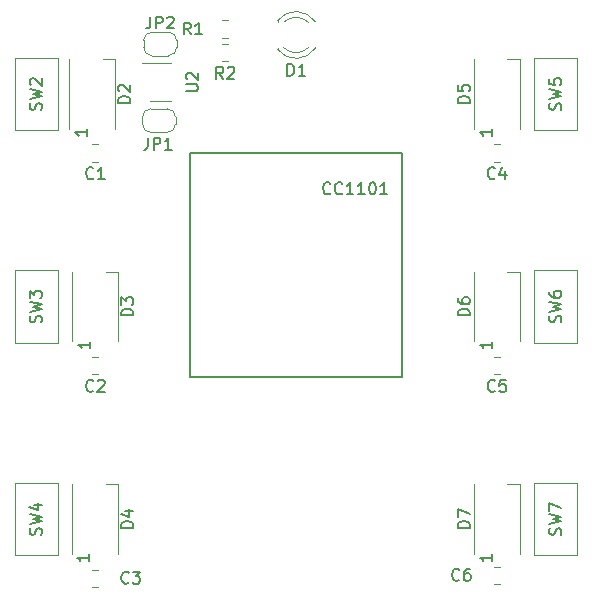
<source format=gbr>
%TF.GenerationSoftware,KiCad,Pcbnew,(5.1.9)-1*%
%TF.CreationDate,2021-04-07T01:06:44+02:00*%
%TF.ProjectId,HB-RC-6-PBU-LED_328,48422d52-432d-4362-9d50-42552d4c4544,rev?*%
%TF.SameCoordinates,Original*%
%TF.FileFunction,Legend,Top*%
%TF.FilePolarity,Positive*%
%FSLAX46Y46*%
G04 Gerber Fmt 4.6, Leading zero omitted, Abs format (unit mm)*
G04 Created by KiCad (PCBNEW (5.1.9)-1) date 2021-04-07 01:06:44*
%MOMM*%
%LPD*%
G01*
G04 APERTURE LIST*
%ADD10C,0.120000*%
%ADD11C,0.150000*%
G04 APERTURE END LIST*
D10*
%TO.C,JP2*%
X122100000Y-72450000D02*
G75*
G02*
X122800000Y-71750000I700000J0D01*
G01*
X122800000Y-73750000D02*
G75*
G02*
X122100000Y-73050000I0J700000D01*
G01*
X124900000Y-73050000D02*
G75*
G02*
X124200000Y-73750000I-700000J0D01*
G01*
X124200000Y-71750000D02*
G75*
G02*
X124900000Y-72450000I0J-700000D01*
G01*
X122100000Y-73050000D02*
X122100000Y-72450000D01*
X124200000Y-73750000D02*
X122800000Y-73750000D01*
X124900000Y-72450000D02*
X124900000Y-73050000D01*
X122800000Y-71750000D02*
X124200000Y-71750000D01*
%TO.C,JP1*%
X122000000Y-78950000D02*
G75*
G02*
X122700000Y-78250000I700000J0D01*
G01*
X122700000Y-80250000D02*
G75*
G02*
X122000000Y-79550000I0J700000D01*
G01*
X124800000Y-79550000D02*
G75*
G02*
X124100000Y-80250000I-700000J0D01*
G01*
X124100000Y-78250000D02*
G75*
G02*
X124800000Y-78950000I0J-700000D01*
G01*
X122000000Y-79550000D02*
X122000000Y-78950000D01*
X124100000Y-80250000D02*
X122700000Y-80250000D01*
X124800000Y-78950000D02*
X124800000Y-79550000D01*
X122700000Y-78250000D02*
X124100000Y-78250000D01*
%TO.C,D2*%
X115800000Y-79950000D02*
X115800000Y-74050000D01*
X119700000Y-79950000D02*
X119700000Y-74050000D01*
X119700000Y-74050000D02*
X118625000Y-74050000D01*
%TO.C,D3*%
X116050000Y-97950000D02*
X116050000Y-92050000D01*
X119950000Y-97950000D02*
X119950000Y-92050000D01*
X119950000Y-92050000D02*
X118875000Y-92050000D01*
%TO.C,SW7*%
X155190000Y-116060000D02*
X155190000Y-109940000D01*
X155190000Y-109940000D02*
X158810000Y-109940000D01*
X158810000Y-109940000D02*
X158810000Y-116060000D01*
X158810000Y-116060000D02*
X155190000Y-116060000D01*
%TO.C,SW6*%
X158810000Y-91940000D02*
X158810000Y-98060000D01*
X158810000Y-98060000D02*
X155190000Y-98060000D01*
X155190000Y-98060000D02*
X155190000Y-91940000D01*
X155190000Y-91940000D02*
X158810000Y-91940000D01*
%TO.C,SW5*%
X158810000Y-73940000D02*
X158810000Y-80060000D01*
X158810000Y-80060000D02*
X155190000Y-80060000D01*
X155190000Y-80060000D02*
X155190000Y-73940000D01*
X155190000Y-73940000D02*
X158810000Y-73940000D01*
%TO.C,SW4*%
X111190000Y-116060000D02*
X111190000Y-109940000D01*
X111190000Y-109940000D02*
X114810000Y-109940000D01*
X114810000Y-109940000D02*
X114810000Y-116060000D01*
X114810000Y-116060000D02*
X111190000Y-116060000D01*
%TO.C,SW3*%
X114810000Y-91940000D02*
X114810000Y-98060000D01*
X114810000Y-98060000D02*
X111190000Y-98060000D01*
X111190000Y-98060000D02*
X111190000Y-91940000D01*
X111190000Y-91940000D02*
X114810000Y-91940000D01*
%TO.C,SW2*%
X114810000Y-73940000D02*
X114810000Y-80060000D01*
X114810000Y-80060000D02*
X111190000Y-80060000D01*
X111190000Y-80060000D02*
X111190000Y-73940000D01*
X111190000Y-73940000D02*
X114810000Y-73940000D01*
%TO.C,R2*%
X128772936Y-72765000D02*
X129227064Y-72765000D01*
X128772936Y-74235000D02*
X129227064Y-74235000D01*
%TO.C,R1*%
X128772936Y-70765000D02*
X129227064Y-70765000D01*
X128772936Y-72235000D02*
X129227064Y-72235000D01*
%TO.C,U2*%
X122600000Y-77610000D02*
X124400000Y-77610000D01*
X124400000Y-74390000D02*
X121950000Y-74390000D01*
D11*
%TO.C,IC1*%
X144000000Y-82000000D02*
X144000000Y-83000000D01*
X126000000Y-82000000D02*
X144000000Y-82000000D01*
X126000000Y-101000000D02*
X126000000Y-82000000D01*
X144000000Y-101000000D02*
X126000000Y-101000000D01*
X144000000Y-83000000D02*
X144000000Y-101000000D01*
D10*
%TO.C,D7*%
X150050000Y-115950000D02*
X150050000Y-110050000D01*
X153950000Y-115950000D02*
X153950000Y-110050000D01*
X153950000Y-110050000D02*
X152875000Y-110050000D01*
%TO.C,D6*%
X150050000Y-97950000D02*
X150050000Y-92050000D01*
X153950000Y-97950000D02*
X153950000Y-92050000D01*
X153950000Y-92050000D02*
X152875000Y-92050000D01*
%TO.C,D5*%
X150050000Y-79950000D02*
X150050000Y-74050000D01*
X153950000Y-79950000D02*
X153950000Y-74050000D01*
X153950000Y-74050000D02*
X152875000Y-74050000D01*
%TO.C,D4*%
X116050000Y-115950000D02*
X116050000Y-110050000D01*
X119950000Y-115950000D02*
X119950000Y-110050000D01*
X119950000Y-110050000D02*
X118875000Y-110050000D01*
%TO.C,D1*%
X133440000Y-70764000D02*
X133440000Y-70920000D01*
X133440000Y-73080000D02*
X133440000Y-73236000D01*
X136041130Y-73079837D02*
G75*
G02*
X133959039Y-73080000I-1041130J1079837D01*
G01*
X136041130Y-70920163D02*
G75*
G03*
X133959039Y-70920000I-1041130J-1079837D01*
G01*
X136672335Y-73078608D02*
G75*
G02*
X133440000Y-73235516I-1672335J1078608D01*
G01*
X136672335Y-70921392D02*
G75*
G03*
X133440000Y-70764484I-1672335J-1078608D01*
G01*
%TO.C,C6*%
X151738748Y-117015000D02*
X152261252Y-117015000D01*
X151738748Y-118485000D02*
X152261252Y-118485000D01*
%TO.C,C5*%
X151738748Y-99265000D02*
X152261252Y-99265000D01*
X151738748Y-100735000D02*
X152261252Y-100735000D01*
%TO.C,C4*%
X151738748Y-81265000D02*
X152261252Y-81265000D01*
X151738748Y-82735000D02*
X152261252Y-82735000D01*
%TO.C,C3*%
X117701248Y-117265000D02*
X118223752Y-117265000D01*
X117701248Y-118735000D02*
X118223752Y-118735000D01*
%TO.C,C2*%
X117738748Y-99265000D02*
X118261252Y-99265000D01*
X117738748Y-100735000D02*
X118261252Y-100735000D01*
%TO.C,C1*%
X117701248Y-81265000D02*
X118223752Y-81265000D01*
X117701248Y-82735000D02*
X118223752Y-82735000D01*
%TO.C,JP2*%
D11*
X122666666Y-70452380D02*
X122666666Y-71166666D01*
X122619047Y-71309523D01*
X122523809Y-71404761D01*
X122380952Y-71452380D01*
X122285714Y-71452380D01*
X123142857Y-71452380D02*
X123142857Y-70452380D01*
X123523809Y-70452380D01*
X123619047Y-70500000D01*
X123666666Y-70547619D01*
X123714285Y-70642857D01*
X123714285Y-70785714D01*
X123666666Y-70880952D01*
X123619047Y-70928571D01*
X123523809Y-70976190D01*
X123142857Y-70976190D01*
X124095238Y-70547619D02*
X124142857Y-70500000D01*
X124238095Y-70452380D01*
X124476190Y-70452380D01*
X124571428Y-70500000D01*
X124619047Y-70547619D01*
X124666666Y-70642857D01*
X124666666Y-70738095D01*
X124619047Y-70880952D01*
X124047619Y-71452380D01*
X124666666Y-71452380D01*
%TO.C,JP1*%
X122466666Y-80702380D02*
X122466666Y-81416666D01*
X122419047Y-81559523D01*
X122323809Y-81654761D01*
X122180952Y-81702380D01*
X122085714Y-81702380D01*
X122942857Y-81702380D02*
X122942857Y-80702380D01*
X123323809Y-80702380D01*
X123419047Y-80750000D01*
X123466666Y-80797619D01*
X123514285Y-80892857D01*
X123514285Y-81035714D01*
X123466666Y-81130952D01*
X123419047Y-81178571D01*
X123323809Y-81226190D01*
X122942857Y-81226190D01*
X124466666Y-81702380D02*
X123895238Y-81702380D01*
X124180952Y-81702380D02*
X124180952Y-80702380D01*
X124085714Y-80845238D01*
X123990476Y-80940476D01*
X123895238Y-80988095D01*
%TO.C,D2*%
X120952380Y-77738095D02*
X119952380Y-77738095D01*
X119952380Y-77500000D01*
X120000000Y-77357142D01*
X120095238Y-77261904D01*
X120190476Y-77214285D01*
X120380952Y-77166666D01*
X120523809Y-77166666D01*
X120714285Y-77214285D01*
X120809523Y-77261904D01*
X120904761Y-77357142D01*
X120952380Y-77500000D01*
X120952380Y-77738095D01*
X120047619Y-76785714D02*
X120000000Y-76738095D01*
X119952380Y-76642857D01*
X119952380Y-76404761D01*
X120000000Y-76309523D01*
X120047619Y-76261904D01*
X120142857Y-76214285D01*
X120238095Y-76214285D01*
X120380952Y-76261904D01*
X120952380Y-76833333D01*
X120952380Y-76214285D01*
X117327380Y-79964285D02*
X117327380Y-80535714D01*
X117327380Y-80250000D02*
X116327380Y-80250000D01*
X116470238Y-80345238D01*
X116565476Y-80440476D01*
X116613095Y-80535714D01*
%TO.C,D3*%
X121202380Y-95738095D02*
X120202380Y-95738095D01*
X120202380Y-95500000D01*
X120250000Y-95357142D01*
X120345238Y-95261904D01*
X120440476Y-95214285D01*
X120630952Y-95166666D01*
X120773809Y-95166666D01*
X120964285Y-95214285D01*
X121059523Y-95261904D01*
X121154761Y-95357142D01*
X121202380Y-95500000D01*
X121202380Y-95738095D01*
X120202380Y-94833333D02*
X120202380Y-94214285D01*
X120583333Y-94547619D01*
X120583333Y-94404761D01*
X120630952Y-94309523D01*
X120678571Y-94261904D01*
X120773809Y-94214285D01*
X121011904Y-94214285D01*
X121107142Y-94261904D01*
X121154761Y-94309523D01*
X121202380Y-94404761D01*
X121202380Y-94690476D01*
X121154761Y-94785714D01*
X121107142Y-94833333D01*
X117577380Y-97964285D02*
X117577380Y-98535714D01*
X117577380Y-98250000D02*
X116577380Y-98250000D01*
X116720238Y-98345238D01*
X116815476Y-98440476D01*
X116863095Y-98535714D01*
%TO.C,SW7*%
X157404761Y-114333333D02*
X157452380Y-114190476D01*
X157452380Y-113952380D01*
X157404761Y-113857142D01*
X157357142Y-113809523D01*
X157261904Y-113761904D01*
X157166666Y-113761904D01*
X157071428Y-113809523D01*
X157023809Y-113857142D01*
X156976190Y-113952380D01*
X156928571Y-114142857D01*
X156880952Y-114238095D01*
X156833333Y-114285714D01*
X156738095Y-114333333D01*
X156642857Y-114333333D01*
X156547619Y-114285714D01*
X156500000Y-114238095D01*
X156452380Y-114142857D01*
X156452380Y-113904761D01*
X156500000Y-113761904D01*
X156452380Y-113428571D02*
X157452380Y-113190476D01*
X156738095Y-113000000D01*
X157452380Y-112809523D01*
X156452380Y-112571428D01*
X156452380Y-112285714D02*
X156452380Y-111619047D01*
X157452380Y-112047619D01*
%TO.C,SW6*%
X157404761Y-96333333D02*
X157452380Y-96190476D01*
X157452380Y-95952380D01*
X157404761Y-95857142D01*
X157357142Y-95809523D01*
X157261904Y-95761904D01*
X157166666Y-95761904D01*
X157071428Y-95809523D01*
X157023809Y-95857142D01*
X156976190Y-95952380D01*
X156928571Y-96142857D01*
X156880952Y-96238095D01*
X156833333Y-96285714D01*
X156738095Y-96333333D01*
X156642857Y-96333333D01*
X156547619Y-96285714D01*
X156500000Y-96238095D01*
X156452380Y-96142857D01*
X156452380Y-95904761D01*
X156500000Y-95761904D01*
X156452380Y-95428571D02*
X157452380Y-95190476D01*
X156738095Y-95000000D01*
X157452380Y-94809523D01*
X156452380Y-94571428D01*
X156452380Y-93761904D02*
X156452380Y-93952380D01*
X156500000Y-94047619D01*
X156547619Y-94095238D01*
X156690476Y-94190476D01*
X156880952Y-94238095D01*
X157261904Y-94238095D01*
X157357142Y-94190476D01*
X157404761Y-94142857D01*
X157452380Y-94047619D01*
X157452380Y-93857142D01*
X157404761Y-93761904D01*
X157357142Y-93714285D01*
X157261904Y-93666666D01*
X157023809Y-93666666D01*
X156928571Y-93714285D01*
X156880952Y-93761904D01*
X156833333Y-93857142D01*
X156833333Y-94047619D01*
X156880952Y-94142857D01*
X156928571Y-94190476D01*
X157023809Y-94238095D01*
%TO.C,SW5*%
X157404761Y-78333333D02*
X157452380Y-78190476D01*
X157452380Y-77952380D01*
X157404761Y-77857142D01*
X157357142Y-77809523D01*
X157261904Y-77761904D01*
X157166666Y-77761904D01*
X157071428Y-77809523D01*
X157023809Y-77857142D01*
X156976190Y-77952380D01*
X156928571Y-78142857D01*
X156880952Y-78238095D01*
X156833333Y-78285714D01*
X156738095Y-78333333D01*
X156642857Y-78333333D01*
X156547619Y-78285714D01*
X156500000Y-78238095D01*
X156452380Y-78142857D01*
X156452380Y-77904761D01*
X156500000Y-77761904D01*
X156452380Y-77428571D02*
X157452380Y-77190476D01*
X156738095Y-77000000D01*
X157452380Y-76809523D01*
X156452380Y-76571428D01*
X156452380Y-75714285D02*
X156452380Y-76190476D01*
X156928571Y-76238095D01*
X156880952Y-76190476D01*
X156833333Y-76095238D01*
X156833333Y-75857142D01*
X156880952Y-75761904D01*
X156928571Y-75714285D01*
X157023809Y-75666666D01*
X157261904Y-75666666D01*
X157357142Y-75714285D01*
X157404761Y-75761904D01*
X157452380Y-75857142D01*
X157452380Y-76095238D01*
X157404761Y-76190476D01*
X157357142Y-76238095D01*
%TO.C,SW4*%
X113404761Y-114333333D02*
X113452380Y-114190476D01*
X113452380Y-113952380D01*
X113404761Y-113857142D01*
X113357142Y-113809523D01*
X113261904Y-113761904D01*
X113166666Y-113761904D01*
X113071428Y-113809523D01*
X113023809Y-113857142D01*
X112976190Y-113952380D01*
X112928571Y-114142857D01*
X112880952Y-114238095D01*
X112833333Y-114285714D01*
X112738095Y-114333333D01*
X112642857Y-114333333D01*
X112547619Y-114285714D01*
X112500000Y-114238095D01*
X112452380Y-114142857D01*
X112452380Y-113904761D01*
X112500000Y-113761904D01*
X112452380Y-113428571D02*
X113452380Y-113190476D01*
X112738095Y-113000000D01*
X113452380Y-112809523D01*
X112452380Y-112571428D01*
X112785714Y-111761904D02*
X113452380Y-111761904D01*
X112404761Y-112000000D02*
X113119047Y-112238095D01*
X113119047Y-111619047D01*
%TO.C,SW3*%
X113404761Y-96333333D02*
X113452380Y-96190476D01*
X113452380Y-95952380D01*
X113404761Y-95857142D01*
X113357142Y-95809523D01*
X113261904Y-95761904D01*
X113166666Y-95761904D01*
X113071428Y-95809523D01*
X113023809Y-95857142D01*
X112976190Y-95952380D01*
X112928571Y-96142857D01*
X112880952Y-96238095D01*
X112833333Y-96285714D01*
X112738095Y-96333333D01*
X112642857Y-96333333D01*
X112547619Y-96285714D01*
X112500000Y-96238095D01*
X112452380Y-96142857D01*
X112452380Y-95904761D01*
X112500000Y-95761904D01*
X112452380Y-95428571D02*
X113452380Y-95190476D01*
X112738095Y-95000000D01*
X113452380Y-94809523D01*
X112452380Y-94571428D01*
X112452380Y-94285714D02*
X112452380Y-93666666D01*
X112833333Y-94000000D01*
X112833333Y-93857142D01*
X112880952Y-93761904D01*
X112928571Y-93714285D01*
X113023809Y-93666666D01*
X113261904Y-93666666D01*
X113357142Y-93714285D01*
X113404761Y-93761904D01*
X113452380Y-93857142D01*
X113452380Y-94142857D01*
X113404761Y-94238095D01*
X113357142Y-94285714D01*
%TO.C,SW2*%
X113404761Y-78333333D02*
X113452380Y-78190476D01*
X113452380Y-77952380D01*
X113404761Y-77857142D01*
X113357142Y-77809523D01*
X113261904Y-77761904D01*
X113166666Y-77761904D01*
X113071428Y-77809523D01*
X113023809Y-77857142D01*
X112976190Y-77952380D01*
X112928571Y-78142857D01*
X112880952Y-78238095D01*
X112833333Y-78285714D01*
X112738095Y-78333333D01*
X112642857Y-78333333D01*
X112547619Y-78285714D01*
X112500000Y-78238095D01*
X112452380Y-78142857D01*
X112452380Y-77904761D01*
X112500000Y-77761904D01*
X112452380Y-77428571D02*
X113452380Y-77190476D01*
X112738095Y-77000000D01*
X113452380Y-76809523D01*
X112452380Y-76571428D01*
X112547619Y-76238095D02*
X112500000Y-76190476D01*
X112452380Y-76095238D01*
X112452380Y-75857142D01*
X112500000Y-75761904D01*
X112547619Y-75714285D01*
X112642857Y-75666666D01*
X112738095Y-75666666D01*
X112880952Y-75714285D01*
X113452380Y-76285714D01*
X113452380Y-75666666D01*
%TO.C,R2*%
X128833333Y-75702380D02*
X128500000Y-75226190D01*
X128261904Y-75702380D02*
X128261904Y-74702380D01*
X128642857Y-74702380D01*
X128738095Y-74750000D01*
X128785714Y-74797619D01*
X128833333Y-74892857D01*
X128833333Y-75035714D01*
X128785714Y-75130952D01*
X128738095Y-75178571D01*
X128642857Y-75226190D01*
X128261904Y-75226190D01*
X129214285Y-74797619D02*
X129261904Y-74750000D01*
X129357142Y-74702380D01*
X129595238Y-74702380D01*
X129690476Y-74750000D01*
X129738095Y-74797619D01*
X129785714Y-74892857D01*
X129785714Y-74988095D01*
X129738095Y-75130952D01*
X129166666Y-75702380D01*
X129785714Y-75702380D01*
%TO.C,R1*%
X126083333Y-71952380D02*
X125750000Y-71476190D01*
X125511904Y-71952380D02*
X125511904Y-70952380D01*
X125892857Y-70952380D01*
X125988095Y-71000000D01*
X126035714Y-71047619D01*
X126083333Y-71142857D01*
X126083333Y-71285714D01*
X126035714Y-71380952D01*
X125988095Y-71428571D01*
X125892857Y-71476190D01*
X125511904Y-71476190D01*
X127035714Y-71952380D02*
X126464285Y-71952380D01*
X126750000Y-71952380D02*
X126750000Y-70952380D01*
X126654761Y-71095238D01*
X126559523Y-71190476D01*
X126464285Y-71238095D01*
%TO.C,U2*%
X125702380Y-76761904D02*
X126511904Y-76761904D01*
X126607142Y-76714285D01*
X126654761Y-76666666D01*
X126702380Y-76571428D01*
X126702380Y-76380952D01*
X126654761Y-76285714D01*
X126607142Y-76238095D01*
X126511904Y-76190476D01*
X125702380Y-76190476D01*
X125797619Y-75761904D02*
X125750000Y-75714285D01*
X125702380Y-75619047D01*
X125702380Y-75380952D01*
X125750000Y-75285714D01*
X125797619Y-75238095D01*
X125892857Y-75190476D01*
X125988095Y-75190476D01*
X126130952Y-75238095D01*
X126702380Y-75809523D01*
X126702380Y-75190476D01*
%TO.C,IC1*%
X137904761Y-85389142D02*
X137857142Y-85436761D01*
X137714285Y-85484380D01*
X137619047Y-85484380D01*
X137476190Y-85436761D01*
X137380952Y-85341523D01*
X137333333Y-85246285D01*
X137285714Y-85055809D01*
X137285714Y-84912952D01*
X137333333Y-84722476D01*
X137380952Y-84627238D01*
X137476190Y-84532000D01*
X137619047Y-84484380D01*
X137714285Y-84484380D01*
X137857142Y-84532000D01*
X137904761Y-84579619D01*
X138904761Y-85389142D02*
X138857142Y-85436761D01*
X138714285Y-85484380D01*
X138619047Y-85484380D01*
X138476190Y-85436761D01*
X138380952Y-85341523D01*
X138333333Y-85246285D01*
X138285714Y-85055809D01*
X138285714Y-84912952D01*
X138333333Y-84722476D01*
X138380952Y-84627238D01*
X138476190Y-84532000D01*
X138619047Y-84484380D01*
X138714285Y-84484380D01*
X138857142Y-84532000D01*
X138904761Y-84579619D01*
X139857142Y-85484380D02*
X139285714Y-85484380D01*
X139571428Y-85484380D02*
X139571428Y-84484380D01*
X139476190Y-84627238D01*
X139380952Y-84722476D01*
X139285714Y-84770095D01*
X140809523Y-85484380D02*
X140238095Y-85484380D01*
X140523809Y-85484380D02*
X140523809Y-84484380D01*
X140428571Y-84627238D01*
X140333333Y-84722476D01*
X140238095Y-84770095D01*
X141428571Y-84484380D02*
X141523809Y-84484380D01*
X141619047Y-84532000D01*
X141666666Y-84579619D01*
X141714285Y-84674857D01*
X141761904Y-84865333D01*
X141761904Y-85103428D01*
X141714285Y-85293904D01*
X141666666Y-85389142D01*
X141619047Y-85436761D01*
X141523809Y-85484380D01*
X141428571Y-85484380D01*
X141333333Y-85436761D01*
X141285714Y-85389142D01*
X141238095Y-85293904D01*
X141190476Y-85103428D01*
X141190476Y-84865333D01*
X141238095Y-84674857D01*
X141285714Y-84579619D01*
X141333333Y-84532000D01*
X141428571Y-84484380D01*
X142714285Y-85484380D02*
X142142857Y-85484380D01*
X142428571Y-85484380D02*
X142428571Y-84484380D01*
X142333333Y-84627238D01*
X142238095Y-84722476D01*
X142142857Y-84770095D01*
%TO.C,D7*%
X149702380Y-113738095D02*
X148702380Y-113738095D01*
X148702380Y-113500000D01*
X148750000Y-113357142D01*
X148845238Y-113261904D01*
X148940476Y-113214285D01*
X149130952Y-113166666D01*
X149273809Y-113166666D01*
X149464285Y-113214285D01*
X149559523Y-113261904D01*
X149654761Y-113357142D01*
X149702380Y-113500000D01*
X149702380Y-113738095D01*
X148702380Y-112833333D02*
X148702380Y-112166666D01*
X149702380Y-112595238D01*
X151577380Y-115964285D02*
X151577380Y-116535714D01*
X151577380Y-116250000D02*
X150577380Y-116250000D01*
X150720238Y-116345238D01*
X150815476Y-116440476D01*
X150863095Y-116535714D01*
%TO.C,D6*%
X149702380Y-95738095D02*
X148702380Y-95738095D01*
X148702380Y-95500000D01*
X148750000Y-95357142D01*
X148845238Y-95261904D01*
X148940476Y-95214285D01*
X149130952Y-95166666D01*
X149273809Y-95166666D01*
X149464285Y-95214285D01*
X149559523Y-95261904D01*
X149654761Y-95357142D01*
X149702380Y-95500000D01*
X149702380Y-95738095D01*
X148702380Y-94309523D02*
X148702380Y-94500000D01*
X148750000Y-94595238D01*
X148797619Y-94642857D01*
X148940476Y-94738095D01*
X149130952Y-94785714D01*
X149511904Y-94785714D01*
X149607142Y-94738095D01*
X149654761Y-94690476D01*
X149702380Y-94595238D01*
X149702380Y-94404761D01*
X149654761Y-94309523D01*
X149607142Y-94261904D01*
X149511904Y-94214285D01*
X149273809Y-94214285D01*
X149178571Y-94261904D01*
X149130952Y-94309523D01*
X149083333Y-94404761D01*
X149083333Y-94595238D01*
X149130952Y-94690476D01*
X149178571Y-94738095D01*
X149273809Y-94785714D01*
X151577380Y-97964285D02*
X151577380Y-98535714D01*
X151577380Y-98250000D02*
X150577380Y-98250000D01*
X150720238Y-98345238D01*
X150815476Y-98440476D01*
X150863095Y-98535714D01*
%TO.C,D5*%
X149702380Y-77738095D02*
X148702380Y-77738095D01*
X148702380Y-77500000D01*
X148750000Y-77357142D01*
X148845238Y-77261904D01*
X148940476Y-77214285D01*
X149130952Y-77166666D01*
X149273809Y-77166666D01*
X149464285Y-77214285D01*
X149559523Y-77261904D01*
X149654761Y-77357142D01*
X149702380Y-77500000D01*
X149702380Y-77738095D01*
X148702380Y-76261904D02*
X148702380Y-76738095D01*
X149178571Y-76785714D01*
X149130952Y-76738095D01*
X149083333Y-76642857D01*
X149083333Y-76404761D01*
X149130952Y-76309523D01*
X149178571Y-76261904D01*
X149273809Y-76214285D01*
X149511904Y-76214285D01*
X149607142Y-76261904D01*
X149654761Y-76309523D01*
X149702380Y-76404761D01*
X149702380Y-76642857D01*
X149654761Y-76738095D01*
X149607142Y-76785714D01*
X151577380Y-79964285D02*
X151577380Y-80535714D01*
X151577380Y-80250000D02*
X150577380Y-80250000D01*
X150720238Y-80345238D01*
X150815476Y-80440476D01*
X150863095Y-80535714D01*
%TO.C,D4*%
X121202380Y-113738095D02*
X120202380Y-113738095D01*
X120202380Y-113500000D01*
X120250000Y-113357142D01*
X120345238Y-113261904D01*
X120440476Y-113214285D01*
X120630952Y-113166666D01*
X120773809Y-113166666D01*
X120964285Y-113214285D01*
X121059523Y-113261904D01*
X121154761Y-113357142D01*
X121202380Y-113500000D01*
X121202380Y-113738095D01*
X120535714Y-112309523D02*
X121202380Y-112309523D01*
X120154761Y-112547619D02*
X120869047Y-112785714D01*
X120869047Y-112166666D01*
X117452380Y-115964285D02*
X117452380Y-116535714D01*
X117452380Y-116250000D02*
X116452380Y-116250000D01*
X116595238Y-116345238D01*
X116690476Y-116440476D01*
X116738095Y-116535714D01*
%TO.C,D1*%
X134261904Y-75452380D02*
X134261904Y-74452380D01*
X134500000Y-74452380D01*
X134642857Y-74500000D01*
X134738095Y-74595238D01*
X134785714Y-74690476D01*
X134833333Y-74880952D01*
X134833333Y-75023809D01*
X134785714Y-75214285D01*
X134738095Y-75309523D01*
X134642857Y-75404761D01*
X134500000Y-75452380D01*
X134261904Y-75452380D01*
X135785714Y-75452380D02*
X135214285Y-75452380D01*
X135500000Y-75452380D02*
X135500000Y-74452380D01*
X135404761Y-74595238D01*
X135309523Y-74690476D01*
X135214285Y-74738095D01*
%TO.C,C6*%
X148833333Y-118107142D02*
X148785714Y-118154761D01*
X148642857Y-118202380D01*
X148547619Y-118202380D01*
X148404761Y-118154761D01*
X148309523Y-118059523D01*
X148261904Y-117964285D01*
X148214285Y-117773809D01*
X148214285Y-117630952D01*
X148261904Y-117440476D01*
X148309523Y-117345238D01*
X148404761Y-117250000D01*
X148547619Y-117202380D01*
X148642857Y-117202380D01*
X148785714Y-117250000D01*
X148833333Y-117297619D01*
X149690476Y-117202380D02*
X149500000Y-117202380D01*
X149404761Y-117250000D01*
X149357142Y-117297619D01*
X149261904Y-117440476D01*
X149214285Y-117630952D01*
X149214285Y-118011904D01*
X149261904Y-118107142D01*
X149309523Y-118154761D01*
X149404761Y-118202380D01*
X149595238Y-118202380D01*
X149690476Y-118154761D01*
X149738095Y-118107142D01*
X149785714Y-118011904D01*
X149785714Y-117773809D01*
X149738095Y-117678571D01*
X149690476Y-117630952D01*
X149595238Y-117583333D01*
X149404761Y-117583333D01*
X149309523Y-117630952D01*
X149261904Y-117678571D01*
X149214285Y-117773809D01*
%TO.C,C5*%
X151833333Y-102107142D02*
X151785714Y-102154761D01*
X151642857Y-102202380D01*
X151547619Y-102202380D01*
X151404761Y-102154761D01*
X151309523Y-102059523D01*
X151261904Y-101964285D01*
X151214285Y-101773809D01*
X151214285Y-101630952D01*
X151261904Y-101440476D01*
X151309523Y-101345238D01*
X151404761Y-101250000D01*
X151547619Y-101202380D01*
X151642857Y-101202380D01*
X151785714Y-101250000D01*
X151833333Y-101297619D01*
X152738095Y-101202380D02*
X152261904Y-101202380D01*
X152214285Y-101678571D01*
X152261904Y-101630952D01*
X152357142Y-101583333D01*
X152595238Y-101583333D01*
X152690476Y-101630952D01*
X152738095Y-101678571D01*
X152785714Y-101773809D01*
X152785714Y-102011904D01*
X152738095Y-102107142D01*
X152690476Y-102154761D01*
X152595238Y-102202380D01*
X152357142Y-102202380D01*
X152261904Y-102154761D01*
X152214285Y-102107142D01*
%TO.C,C4*%
X151833333Y-84107142D02*
X151785714Y-84154761D01*
X151642857Y-84202380D01*
X151547619Y-84202380D01*
X151404761Y-84154761D01*
X151309523Y-84059523D01*
X151261904Y-83964285D01*
X151214285Y-83773809D01*
X151214285Y-83630952D01*
X151261904Y-83440476D01*
X151309523Y-83345238D01*
X151404761Y-83250000D01*
X151547619Y-83202380D01*
X151642857Y-83202380D01*
X151785714Y-83250000D01*
X151833333Y-83297619D01*
X152690476Y-83535714D02*
X152690476Y-84202380D01*
X152452380Y-83154761D02*
X152214285Y-83869047D01*
X152833333Y-83869047D01*
%TO.C,C3*%
X120833333Y-118357142D02*
X120785714Y-118404761D01*
X120642857Y-118452380D01*
X120547619Y-118452380D01*
X120404761Y-118404761D01*
X120309523Y-118309523D01*
X120261904Y-118214285D01*
X120214285Y-118023809D01*
X120214285Y-117880952D01*
X120261904Y-117690476D01*
X120309523Y-117595238D01*
X120404761Y-117500000D01*
X120547619Y-117452380D01*
X120642857Y-117452380D01*
X120785714Y-117500000D01*
X120833333Y-117547619D01*
X121166666Y-117452380D02*
X121785714Y-117452380D01*
X121452380Y-117833333D01*
X121595238Y-117833333D01*
X121690476Y-117880952D01*
X121738095Y-117928571D01*
X121785714Y-118023809D01*
X121785714Y-118261904D01*
X121738095Y-118357142D01*
X121690476Y-118404761D01*
X121595238Y-118452380D01*
X121309523Y-118452380D01*
X121214285Y-118404761D01*
X121166666Y-118357142D01*
%TO.C,C2*%
X117833333Y-102107142D02*
X117785714Y-102154761D01*
X117642857Y-102202380D01*
X117547619Y-102202380D01*
X117404761Y-102154761D01*
X117309523Y-102059523D01*
X117261904Y-101964285D01*
X117214285Y-101773809D01*
X117214285Y-101630952D01*
X117261904Y-101440476D01*
X117309523Y-101345238D01*
X117404761Y-101250000D01*
X117547619Y-101202380D01*
X117642857Y-101202380D01*
X117785714Y-101250000D01*
X117833333Y-101297619D01*
X118214285Y-101297619D02*
X118261904Y-101250000D01*
X118357142Y-101202380D01*
X118595238Y-101202380D01*
X118690476Y-101250000D01*
X118738095Y-101297619D01*
X118785714Y-101392857D01*
X118785714Y-101488095D01*
X118738095Y-101630952D01*
X118166666Y-102202380D01*
X118785714Y-102202380D01*
%TO.C,C1*%
X117833333Y-84107142D02*
X117785714Y-84154761D01*
X117642857Y-84202380D01*
X117547619Y-84202380D01*
X117404761Y-84154761D01*
X117309523Y-84059523D01*
X117261904Y-83964285D01*
X117214285Y-83773809D01*
X117214285Y-83630952D01*
X117261904Y-83440476D01*
X117309523Y-83345238D01*
X117404761Y-83250000D01*
X117547619Y-83202380D01*
X117642857Y-83202380D01*
X117785714Y-83250000D01*
X117833333Y-83297619D01*
X118785714Y-84202380D02*
X118214285Y-84202380D01*
X118500000Y-84202380D02*
X118500000Y-83202380D01*
X118404761Y-83345238D01*
X118309523Y-83440476D01*
X118214285Y-83488095D01*
%TD*%
M02*

</source>
